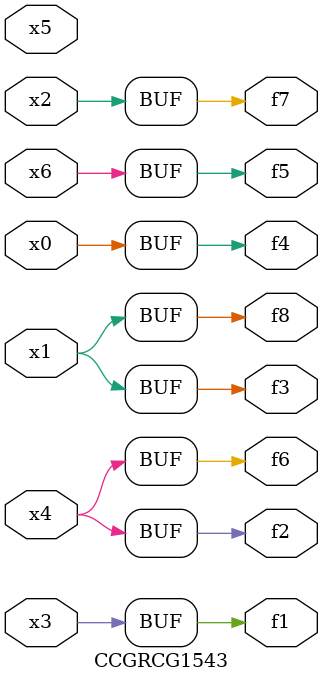
<source format=v>
module CCGRCG1543(
	input x0, x1, x2, x3, x4, x5, x6,
	output f1, f2, f3, f4, f5, f6, f7, f8
);
	assign f1 = x3;
	assign f2 = x4;
	assign f3 = x1;
	assign f4 = x0;
	assign f5 = x6;
	assign f6 = x4;
	assign f7 = x2;
	assign f8 = x1;
endmodule

</source>
